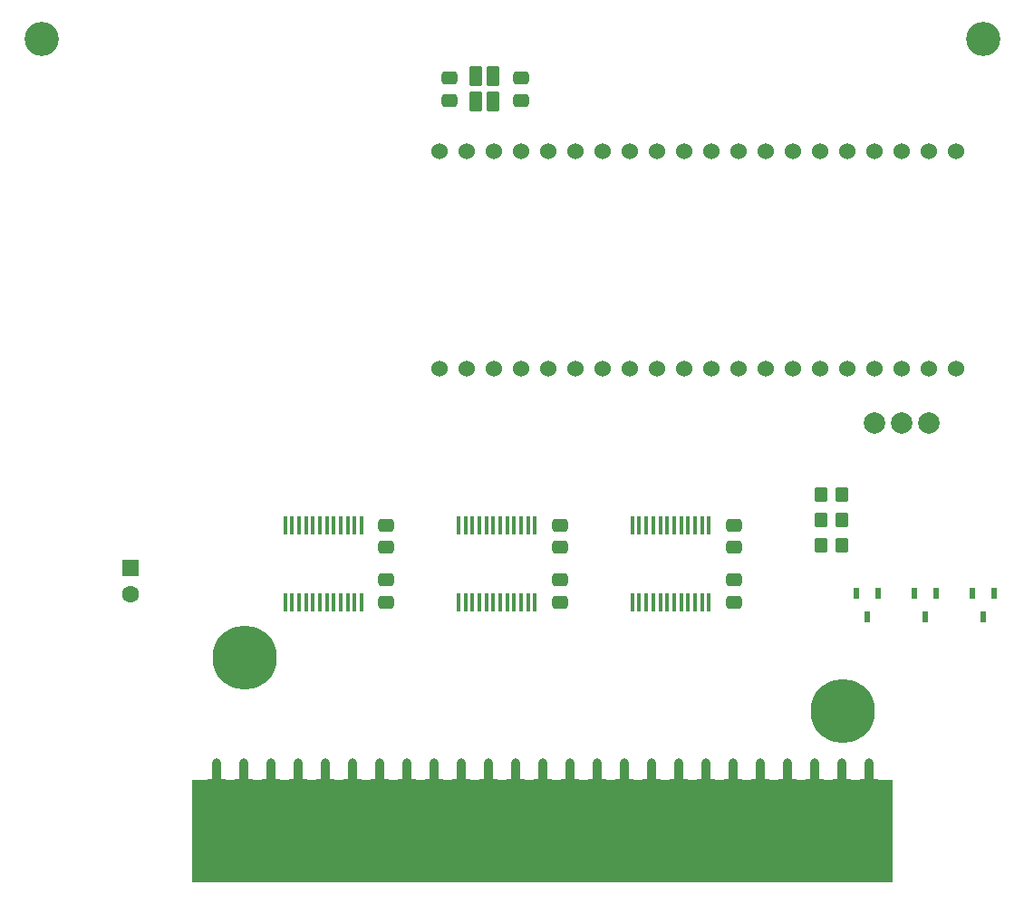
<source format=gts>
G04 #@! TF.GenerationSoftware,KiCad,Pcbnew,9.0.2*
G04 #@! TF.CreationDate,2025-06-08T15:26:52+09:00*
G04 #@! TF.ProjectId,vdp_cartridge,7664705f-6361-4727-9472-696467652e6b,rev?*
G04 #@! TF.SameCoordinates,Original*
G04 #@! TF.FileFunction,Soldermask,Top*
G04 #@! TF.FilePolarity,Negative*
%FSLAX46Y46*%
G04 Gerber Fmt 4.6, Leading zero omitted, Abs format (unit mm)*
G04 Created by KiCad (PCBNEW 9.0.2) date 2025-06-08 15:26:52*
%MOMM*%
%LPD*%
G01*
G04 APERTURE LIST*
G04 Aperture macros list*
%AMRoundRect*
0 Rectangle with rounded corners*
0 $1 Rounding radius*
0 $2 $3 $4 $5 $6 $7 $8 $9 X,Y pos of 4 corners*
0 Add a 4 corners polygon primitive as box body*
4,1,4,$2,$3,$4,$5,$6,$7,$8,$9,$2,$3,0*
0 Add four circle primitives for the rounded corners*
1,1,$1+$1,$2,$3*
1,1,$1+$1,$4,$5*
1,1,$1+$1,$6,$7*
1,1,$1+$1,$8,$9*
0 Add four rect primitives between the rounded corners*
20,1,$1+$1,$2,$3,$4,$5,0*
20,1,$1+$1,$4,$5,$6,$7,0*
20,1,$1+$1,$6,$7,$8,$9,0*
20,1,$1+$1,$8,$9,$2,$3,0*%
%AMFreePoly0*
4,1,21,0.153073,0.369552,0.243505,0.317341,0.317341,0.243505,0.369552,0.153073,0.396578,0.052210,0.400000,0.000000,0.400000,-1.500000,0.850000,-1.500000,0.850000,-10.500000,-0.850000,-10.500000,-0.850000,-1.500000,-0.400000,-1.500000,-0.400000,0.000000,-0.396578,0.052210,-0.369552,0.153073,-0.317341,0.243505,-0.243505,0.317341,-0.153073,0.369552,-0.052210,0.396578,0.052210,0.396578,
0.153073,0.369552,0.153073,0.369552,$1*%
%AMFreePoly1*
4,1,21,0.153073,0.369552,0.243505,0.317341,0.317341,0.243505,0.369552,0.153073,0.396578,0.052210,0.400000,0.000000,0.400000,-1.500000,0.850000,-1.500000,0.850000,-9.000000,-0.850000,-9.000000,-0.850000,-1.500000,-0.400000,-1.500000,-0.400000,0.000000,-0.396578,0.052210,-0.369552,0.153073,-0.317341,0.243505,-0.243505,0.317341,-0.153073,0.369552,-0.052210,0.396578,0.052210,0.396578,
0.153073,0.369552,0.153073,0.369552,$1*%
G04 Aperture macros list end*
%ADD10RoundRect,0.250000X-0.550000X0.550000X-0.550000X-0.550000X0.550000X-0.550000X0.550000X0.550000X0*%
%ADD11C,1.600000*%
%ADD12C,1.524000*%
%ADD13C,3.200000*%
%ADD14RoundRect,0.250000X-0.475000X0.337500X-0.475000X-0.337500X0.475000X-0.337500X0.475000X0.337500X0*%
%ADD15R,0.600000X1.000000*%
%ADD16RoundRect,0.250000X0.350000X0.450000X-0.350000X0.450000X-0.350000X-0.450000X0.350000X-0.450000X0*%
%ADD17C,2.000000*%
%ADD18C,6.000000*%
%ADD19FreePoly0,0.000000*%
%ADD20FreePoly1,0.000000*%
%ADD21RoundRect,0.250000X0.475000X-0.337500X0.475000X0.337500X-0.475000X0.337500X-0.475000X-0.337500X0*%
%ADD22R,0.450000X1.750000*%
%ADD23RoundRect,0.100000X-0.500000X0.800000X-0.500000X-0.800000X0.500000X-0.800000X0.500000X0.800000X0*%
%ADD24RoundRect,0.250000X-0.350000X-0.450000X0.350000X-0.450000X0.350000X0.450000X-0.350000X0.450000X0*%
G04 APERTURE END LIST*
G36*
X73954000Y-156231600D02*
G01*
X139359000Y-156231600D01*
X139359000Y-165858200D01*
X73954000Y-165858200D01*
X73954000Y-156231600D01*
G37*
D10*
X68150000Y-136450000D03*
D11*
X68150000Y-138950000D03*
D12*
X97040000Y-117850000D03*
X99580000Y-117850000D03*
X102120000Y-117850000D03*
X104660000Y-117850000D03*
X107200000Y-117850000D03*
X109740000Y-117850000D03*
X112280000Y-117850000D03*
X114820000Y-117850000D03*
X117360000Y-117850000D03*
X119900000Y-117850000D03*
X122440000Y-117850000D03*
X124980000Y-117850000D03*
X127520000Y-117850000D03*
X130060000Y-117850000D03*
X132600000Y-117850000D03*
X135140000Y-117850000D03*
X137680000Y-117850000D03*
X140220000Y-117850000D03*
X142760000Y-117850000D03*
X145300000Y-117850000D03*
X145300000Y-97530000D03*
X142760000Y-97530000D03*
X140220000Y-97530000D03*
X137680000Y-97530000D03*
X135140000Y-97530000D03*
X132600000Y-97530000D03*
X130060000Y-97530000D03*
X127520000Y-97530000D03*
X124980000Y-97530000D03*
X122440000Y-97530000D03*
X119900000Y-97530000D03*
X117360000Y-97530000D03*
X114820000Y-97530000D03*
X112280000Y-97530000D03*
X109740000Y-97530000D03*
X107200000Y-97530000D03*
X104660000Y-97530000D03*
X102120000Y-97530000D03*
X99580000Y-97530000D03*
X97040000Y-97530000D03*
D13*
X147805400Y-87050000D03*
D14*
X124550000Y-132437500D03*
X124550000Y-134512500D03*
X97950000Y-90675000D03*
X97950000Y-92750000D03*
D13*
X59848004Y-87005600D03*
D15*
X147850000Y-141000000D03*
X148850000Y-138800000D03*
X146850000Y-138800000D03*
D16*
X134650000Y-134350000D03*
X132650000Y-134350000D03*
D17*
X142740000Y-122950000D03*
X140200000Y-122950000D03*
X137660000Y-122950000D03*
D18*
X78805400Y-144874400D03*
X134685400Y-149827400D03*
D19*
X137200000Y-154700000D03*
X134660000Y-154700000D03*
X132120000Y-154700000D03*
X129580000Y-154700000D03*
X127040000Y-154700000D03*
X124500000Y-154700000D03*
X121960000Y-154700000D03*
X119420000Y-154700000D03*
X116880000Y-154700000D03*
X114340000Y-154700000D03*
X111800000Y-154700000D03*
X109260000Y-154700000D03*
X106720000Y-154700000D03*
X104180000Y-154700000D03*
X101640000Y-154700000D03*
X99100000Y-154700000D03*
X96560000Y-154700000D03*
X94020000Y-154700000D03*
X91480000Y-154700000D03*
X88940000Y-154700000D03*
X86400000Y-154700000D03*
D20*
X83860000Y-154700000D03*
D19*
X81320000Y-154700000D03*
X78780000Y-154700000D03*
X76240000Y-154700000D03*
D21*
X104650000Y-92750000D03*
X104650000Y-90675000D03*
X108300000Y-139662500D03*
X108300000Y-137587500D03*
D22*
X105950000Y-132462500D03*
X105300000Y-132462500D03*
X104650000Y-132462500D03*
X104000000Y-132462500D03*
X103350000Y-132462500D03*
X102700000Y-132462500D03*
X102050000Y-132462500D03*
X101400000Y-132462500D03*
X100750000Y-132462500D03*
X100100000Y-132462500D03*
X99450000Y-132462500D03*
X98800000Y-132462500D03*
X98800000Y-139662500D03*
X99450000Y-139662500D03*
X100100000Y-139662500D03*
X100750000Y-139662500D03*
X101400000Y-139662500D03*
X102050000Y-139662500D03*
X102700000Y-139662500D03*
X103350000Y-139662500D03*
X104000000Y-139662500D03*
X104650000Y-139662500D03*
X105300000Y-139662500D03*
X105950000Y-139662500D03*
D21*
X92000000Y-139662500D03*
X92000000Y-137587500D03*
D23*
X100450000Y-90450000D03*
X100450000Y-92850000D03*
X102050000Y-92850000D03*
X102050000Y-90450000D03*
D14*
X108300000Y-132462500D03*
X108300000Y-134537500D03*
D22*
X122200000Y-132462500D03*
X121550000Y-132462500D03*
X120900000Y-132462500D03*
X120250000Y-132462500D03*
X119600000Y-132462500D03*
X118950000Y-132462500D03*
X118300000Y-132462500D03*
X117650000Y-132462500D03*
X117000000Y-132462500D03*
X116350000Y-132462500D03*
X115700000Y-132462500D03*
X115050000Y-132462500D03*
X115050000Y-139662500D03*
X115700000Y-139662500D03*
X116350000Y-139662500D03*
X117000000Y-139662500D03*
X117650000Y-139662500D03*
X118300000Y-139662500D03*
X118950000Y-139662500D03*
X119600000Y-139662500D03*
X120250000Y-139662500D03*
X120900000Y-139662500D03*
X121550000Y-139662500D03*
X122200000Y-139662500D03*
D15*
X142400000Y-141000000D03*
X143400000Y-138800000D03*
X141400000Y-138800000D03*
D24*
X132650000Y-131950000D03*
X134650000Y-131950000D03*
D21*
X124550000Y-139662500D03*
X124550000Y-137587500D03*
D14*
X92000000Y-132462500D03*
X92000000Y-134537500D03*
D22*
X89750000Y-132462500D03*
X89100000Y-132462500D03*
X88450000Y-132462500D03*
X87800000Y-132462500D03*
X87150000Y-132462500D03*
X86500000Y-132462500D03*
X85850000Y-132462500D03*
X85200000Y-132462500D03*
X84550000Y-132462500D03*
X83900000Y-132462500D03*
X83250000Y-132462500D03*
X82600000Y-132462500D03*
X82600000Y-139662500D03*
X83250000Y-139662500D03*
X83900000Y-139662500D03*
X84550000Y-139662500D03*
X85200000Y-139662500D03*
X85850000Y-139662500D03*
X86500000Y-139662500D03*
X87150000Y-139662500D03*
X87800000Y-139662500D03*
X88450000Y-139662500D03*
X89100000Y-139662500D03*
X89750000Y-139662500D03*
D16*
X134650000Y-129600000D03*
X132650000Y-129600000D03*
D15*
X137000000Y-141000000D03*
X138000000Y-138800000D03*
X136000000Y-138800000D03*
M02*

</source>
